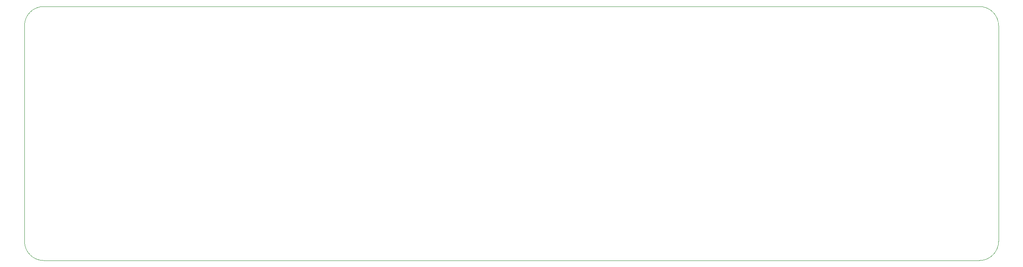
<source format=gbr>
%TF.GenerationSoftware,KiCad,Pcbnew,(5.1.9)-1*%
%TF.CreationDate,2022-01-24T16:54:11-08:00*%
%TF.ProjectId,pspMidi,7073704d-6964-4692-9e6b-696361645f70,rev?*%
%TF.SameCoordinates,Original*%
%TF.FileFunction,Profile,NP*%
%FSLAX46Y46*%
G04 Gerber Fmt 4.6, Leading zero omitted, Abs format (unit mm)*
G04 Created by KiCad (PCBNEW (5.1.9)-1) date 2022-01-24 16:54:11*
%MOMM*%
%LPD*%
G01*
G04 APERTURE LIST*
%TA.AperFunction,Profile*%
%ADD10C,0.050000*%
%TD*%
G04 APERTURE END LIST*
D10*
X37000000Y-56000000D02*
G75*
G02*
X41000000Y-52000000I4000000J0D01*
G01*
X41000000Y-105000000D02*
G75*
G02*
X37000000Y-101000000I0J4000000D01*
G01*
X240000000Y-101000000D02*
G75*
G02*
X236000000Y-105000000I-4000000J0D01*
G01*
X236000000Y-52000000D02*
G75*
G02*
X240000000Y-56000000I0J-4000000D01*
G01*
X41000000Y-52000000D02*
X236000000Y-52000000D01*
X37000000Y-101000000D02*
X37000000Y-56000000D01*
X236000000Y-105000000D02*
X41000000Y-105000000D01*
X240000000Y-56000000D02*
X240000000Y-101000000D01*
M02*

</source>
